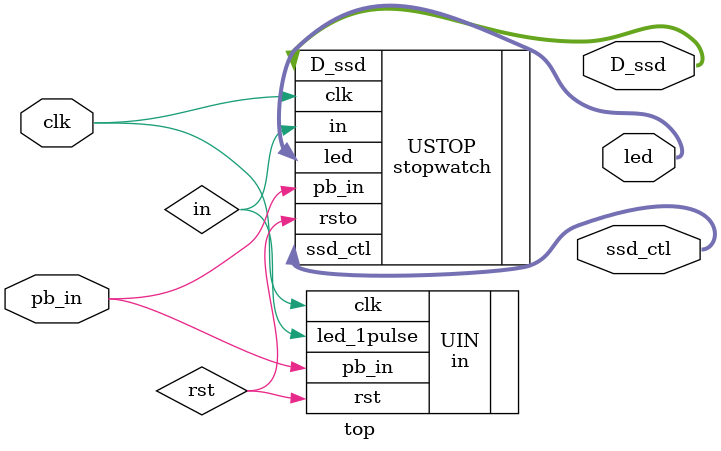
<source format=v>
`timescale 1ns / 1ps


module top(
    input clk,
    input pb_in,
    output [7:0]D_ssd,
    output [3:0]ssd_ctl,
    output [15:0]led
    );
    wire in;
    wire rst;
    in UIN (
        .clk(clk),
        .rst(rst),
        .pb_in(pb_in),
        .led_1pulse(in)
        );
    stopwatch USTOP(
        .clk(clk),
        .pb_in(pb_in),//original
        .in(in),//debounce one pulse
        .rsto(rst),//output
        .ssd_ctl(ssd_ctl),
        .D_ssd(D_ssd),
        .led(led)
        );
        
endmodule

</source>
